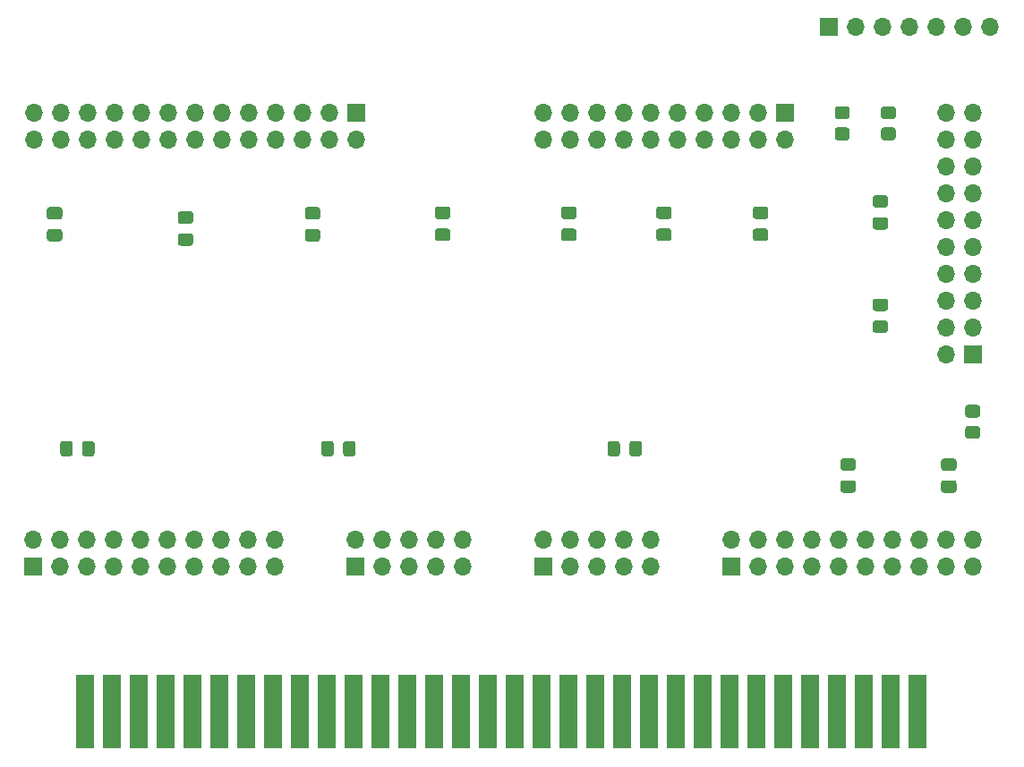
<source format=gbs>
G04 #@! TF.GenerationSoftware,KiCad,Pcbnew,(5.1.12-1-10_14)*
G04 #@! TF.CreationDate,2023-11-15T20:51:55-07:00*
G04 #@! TF.ProjectId,GenMemBlock,47656e4d-656d-4426-9c6f-636b2e6b6963,rev?*
G04 #@! TF.SameCoordinates,Original*
G04 #@! TF.FileFunction,Soldermask,Bot*
G04 #@! TF.FilePolarity,Negative*
%FSLAX46Y46*%
G04 Gerber Fmt 4.6, Leading zero omitted, Abs format (unit mm)*
G04 Created by KiCad (PCBNEW (5.1.12-1-10_14)) date 2023-11-15 20:51:55*
%MOMM*%
%LPD*%
G01*
G04 APERTURE LIST*
%ADD10O,1.700000X1.700000*%
%ADD11R,1.700000X1.700000*%
%ADD12R,1.778000X6.985000*%
G04 APERTURE END LIST*
D10*
X126238000Y-66040000D03*
X123698000Y-66040000D03*
X121158000Y-66040000D03*
X118618000Y-66040000D03*
X116078000Y-66040000D03*
X113538000Y-66040000D03*
D11*
X110998000Y-66040000D03*
D10*
X122037000Y-74140000D03*
X124577000Y-74140000D03*
X122037000Y-76680000D03*
X124577000Y-76680000D03*
X122037000Y-79220000D03*
X124577000Y-79220000D03*
X122037000Y-81760000D03*
X124577000Y-81760000D03*
X122037000Y-84300000D03*
X124577000Y-84300000D03*
X122037000Y-86840000D03*
X124577000Y-86840000D03*
X122037000Y-89380000D03*
X124577000Y-89380000D03*
X122037000Y-91920000D03*
X124577000Y-91920000D03*
X122037000Y-94460000D03*
X124577000Y-94460000D03*
X122037000Y-97000000D03*
D11*
X124577000Y-97000000D03*
G36*
G01*
X115349000Y-84016000D02*
X116299000Y-84016000D01*
G75*
G02*
X116549000Y-84266000I0J-250000D01*
G01*
X116549000Y-84941000D01*
G75*
G02*
X116299000Y-85191000I-250000J0D01*
G01*
X115349000Y-85191000D01*
G75*
G02*
X115099000Y-84941000I0J250000D01*
G01*
X115099000Y-84266000D01*
G75*
G02*
X115349000Y-84016000I250000J0D01*
G01*
G37*
G36*
G01*
X115349000Y-81941000D02*
X116299000Y-81941000D01*
G75*
G02*
X116549000Y-82191000I0J-250000D01*
G01*
X116549000Y-82866000D01*
G75*
G02*
X116299000Y-83116000I-250000J0D01*
G01*
X115349000Y-83116000D01*
G75*
G02*
X115099000Y-82866000I0J250000D01*
G01*
X115099000Y-82191000D01*
G75*
G02*
X115349000Y-81941000I250000J0D01*
G01*
G37*
G36*
G01*
X121826000Y-108908000D02*
X122776000Y-108908000D01*
G75*
G02*
X123026000Y-109158000I0J-250000D01*
G01*
X123026000Y-109833000D01*
G75*
G02*
X122776000Y-110083000I-250000J0D01*
G01*
X121826000Y-110083000D01*
G75*
G02*
X121576000Y-109833000I0J250000D01*
G01*
X121576000Y-109158000D01*
G75*
G02*
X121826000Y-108908000I250000J0D01*
G01*
G37*
G36*
G01*
X121826000Y-106833000D02*
X122776000Y-106833000D01*
G75*
G02*
X123026000Y-107083000I0J-250000D01*
G01*
X123026000Y-107758000D01*
G75*
G02*
X122776000Y-108008000I-250000J0D01*
G01*
X121826000Y-108008000D01*
G75*
G02*
X121576000Y-107758000I0J250000D01*
G01*
X121576000Y-107083000D01*
G75*
G02*
X121826000Y-106833000I250000J0D01*
G01*
G37*
G36*
G01*
X115349000Y-93795000D02*
X116299000Y-93795000D01*
G75*
G02*
X116549000Y-94045000I0J-250000D01*
G01*
X116549000Y-94720000D01*
G75*
G02*
X116299000Y-94970000I-250000J0D01*
G01*
X115349000Y-94970000D01*
G75*
G02*
X115099000Y-94720000I0J250000D01*
G01*
X115099000Y-94045000D01*
G75*
G02*
X115349000Y-93795000I250000J0D01*
G01*
G37*
G36*
G01*
X115349000Y-91720000D02*
X116299000Y-91720000D01*
G75*
G02*
X116549000Y-91970000I0J-250000D01*
G01*
X116549000Y-92645000D01*
G75*
G02*
X116299000Y-92895000I-250000J0D01*
G01*
X115349000Y-92895000D01*
G75*
G02*
X115099000Y-92645000I0J250000D01*
G01*
X115099000Y-91970000D01*
G75*
G02*
X115349000Y-91720000I250000J0D01*
G01*
G37*
G36*
G01*
X112301000Y-108908000D02*
X113251000Y-108908000D01*
G75*
G02*
X113501000Y-109158000I0J-250000D01*
G01*
X113501000Y-109833000D01*
G75*
G02*
X113251000Y-110083000I-250000J0D01*
G01*
X112301000Y-110083000D01*
G75*
G02*
X112051000Y-109833000I0J250000D01*
G01*
X112051000Y-109158000D01*
G75*
G02*
X112301000Y-108908000I250000J0D01*
G01*
G37*
G36*
G01*
X112301000Y-106833000D02*
X113251000Y-106833000D01*
G75*
G02*
X113501000Y-107083000I0J-250000D01*
G01*
X113501000Y-107758000D01*
G75*
G02*
X113251000Y-108008000I-250000J0D01*
G01*
X112301000Y-108008000D01*
G75*
G02*
X112051000Y-107758000I0J250000D01*
G01*
X112051000Y-107083000D01*
G75*
G02*
X112301000Y-106833000I250000J0D01*
G01*
G37*
D12*
X40640000Y-130810000D03*
X45720000Y-130810000D03*
X48260000Y-130810000D03*
X43180000Y-130810000D03*
X50800000Y-130810000D03*
X114300000Y-130810000D03*
X111760000Y-130810000D03*
X116840000Y-130810000D03*
X109220000Y-130810000D03*
X119380000Y-130810000D03*
X53340000Y-130810000D03*
X55880000Y-130810000D03*
X58420000Y-130810000D03*
X60960000Y-130810000D03*
X63500000Y-130810000D03*
X66040000Y-130810000D03*
X68580000Y-130810000D03*
X71120000Y-130810000D03*
X73660000Y-130810000D03*
X76200000Y-130810000D03*
X78740000Y-130810000D03*
X81280000Y-130810000D03*
X83820000Y-130810000D03*
X86360000Y-130810000D03*
X88900000Y-130810000D03*
X91440000Y-130810000D03*
X93980000Y-130810000D03*
X96520000Y-130810000D03*
X99060000Y-130810000D03*
X101600000Y-130810000D03*
X104140000Y-130810000D03*
X106680000Y-130810000D03*
G36*
G01*
X124111599Y-103778000D02*
X125011601Y-103778000D01*
G75*
G02*
X125261600Y-104027999I0J-249999D01*
G01*
X125261600Y-104728001D01*
G75*
G02*
X125011601Y-104978000I-249999J0D01*
G01*
X124111599Y-104978000D01*
G75*
G02*
X123861600Y-104728001I0J249999D01*
G01*
X123861600Y-104027999D01*
G75*
G02*
X124111599Y-103778000I249999J0D01*
G01*
G37*
G36*
G01*
X124111599Y-101778000D02*
X125011601Y-101778000D01*
G75*
G02*
X125261600Y-102027999I0J-249999D01*
G01*
X125261600Y-102728001D01*
G75*
G02*
X125011601Y-102978000I-249999J0D01*
G01*
X124111599Y-102978000D01*
G75*
G02*
X123861600Y-102728001I0J249999D01*
G01*
X123861600Y-102027999D01*
G75*
G02*
X124111599Y-101778000I249999J0D01*
G01*
G37*
D10*
X35789000Y-76690000D03*
X35789000Y-74150000D03*
X38329000Y-76690000D03*
X38329000Y-74150000D03*
X40869000Y-76690000D03*
X40869000Y-74150000D03*
X43409000Y-76690000D03*
X43409000Y-74150000D03*
X45949000Y-76690000D03*
X45949000Y-74150000D03*
X48489000Y-76690000D03*
X48489000Y-74150000D03*
X51029000Y-76690000D03*
X51029000Y-74150000D03*
X53569000Y-76690000D03*
X53569000Y-74150000D03*
X56109000Y-76690000D03*
X56109000Y-74150000D03*
X58649000Y-76690000D03*
X58649000Y-74150000D03*
X61189000Y-76690000D03*
X61189000Y-74150000D03*
X63729000Y-76690000D03*
X63729000Y-74150000D03*
X66269000Y-76690000D03*
D11*
X66269000Y-74150000D03*
G36*
G01*
X38194000Y-84241000D02*
X37244000Y-84241000D01*
G75*
G02*
X36994000Y-83991000I0J250000D01*
G01*
X36994000Y-83316000D01*
G75*
G02*
X37244000Y-83066000I250000J0D01*
G01*
X38194000Y-83066000D01*
G75*
G02*
X38444000Y-83316000I0J-250000D01*
G01*
X38444000Y-83991000D01*
G75*
G02*
X38194000Y-84241000I-250000J0D01*
G01*
G37*
G36*
G01*
X38194000Y-86316000D02*
X37244000Y-86316000D01*
G75*
G02*
X36994000Y-86066000I0J250000D01*
G01*
X36994000Y-85391000D01*
G75*
G02*
X37244000Y-85141000I250000J0D01*
G01*
X38194000Y-85141000D01*
G75*
G02*
X38444000Y-85391000I0J-250000D01*
G01*
X38444000Y-86066000D01*
G75*
G02*
X38194000Y-86316000I-250000J0D01*
G01*
G37*
X66167000Y-117043200D03*
D10*
X66167000Y-114503200D03*
X68707000Y-117043200D03*
X68707000Y-114503200D03*
X71247000Y-117043200D03*
X71247000Y-114503200D03*
X73787000Y-117043200D03*
X73787000Y-114503200D03*
X76327000Y-117043200D03*
X76327000Y-114503200D03*
G36*
G01*
X74897000Y-84190200D02*
X73947000Y-84190200D01*
G75*
G02*
X73697000Y-83940200I0J250000D01*
G01*
X73697000Y-83265200D01*
G75*
G02*
X73947000Y-83015200I250000J0D01*
G01*
X74897000Y-83015200D01*
G75*
G02*
X75147000Y-83265200I0J-250000D01*
G01*
X75147000Y-83940200D01*
G75*
G02*
X74897000Y-84190200I-250000J0D01*
G01*
G37*
G36*
G01*
X74897000Y-86265200D02*
X73947000Y-86265200D01*
G75*
G02*
X73697000Y-86015200I0J250000D01*
G01*
X73697000Y-85340200D01*
G75*
G02*
X73947000Y-85090200I250000J0D01*
G01*
X74897000Y-85090200D01*
G75*
G02*
X75147000Y-85340200I0J-250000D01*
G01*
X75147000Y-86015200D01*
G75*
G02*
X74897000Y-86265200I-250000J0D01*
G01*
G37*
G36*
G01*
X94876600Y-85090200D02*
X95826600Y-85090200D01*
G75*
G02*
X96076600Y-85340200I0J-250000D01*
G01*
X96076600Y-86015200D01*
G75*
G02*
X95826600Y-86265200I-250000J0D01*
G01*
X94876600Y-86265200D01*
G75*
G02*
X94626600Y-86015200I0J250000D01*
G01*
X94626600Y-85340200D01*
G75*
G02*
X94876600Y-85090200I250000J0D01*
G01*
G37*
G36*
G01*
X94876600Y-83015200D02*
X95826600Y-83015200D01*
G75*
G02*
X96076600Y-83265200I0J-250000D01*
G01*
X96076600Y-83940200D01*
G75*
G02*
X95826600Y-84190200I-250000J0D01*
G01*
X94876600Y-84190200D01*
G75*
G02*
X94626600Y-83940200I0J250000D01*
G01*
X94626600Y-83265200D01*
G75*
G02*
X94876600Y-83015200I250000J0D01*
G01*
G37*
G36*
G01*
X92093200Y-106393000D02*
X92093200Y-105443000D01*
G75*
G02*
X92343200Y-105193000I250000J0D01*
G01*
X93018200Y-105193000D01*
G75*
G02*
X93268200Y-105443000I0J-250000D01*
G01*
X93268200Y-106393000D01*
G75*
G02*
X93018200Y-106643000I-250000J0D01*
G01*
X92343200Y-106643000D01*
G75*
G02*
X92093200Y-106393000I0J250000D01*
G01*
G37*
G36*
G01*
X90018200Y-106393000D02*
X90018200Y-105443000D01*
G75*
G02*
X90268200Y-105193000I250000J0D01*
G01*
X90943200Y-105193000D01*
G75*
G02*
X91193200Y-105443000I0J-250000D01*
G01*
X91193200Y-106393000D01*
G75*
G02*
X90943200Y-106643000I-250000J0D01*
G01*
X90268200Y-106643000D01*
G75*
G02*
X90018200Y-106393000I0J250000D01*
G01*
G37*
G36*
G01*
X40328000Y-106393000D02*
X40328000Y-105443000D01*
G75*
G02*
X40578000Y-105193000I250000J0D01*
G01*
X41253000Y-105193000D01*
G75*
G02*
X41503000Y-105443000I0J-250000D01*
G01*
X41503000Y-106393000D01*
G75*
G02*
X41253000Y-106643000I-250000J0D01*
G01*
X40578000Y-106643000D01*
G75*
G02*
X40328000Y-106393000I0J250000D01*
G01*
G37*
G36*
G01*
X38253000Y-106393000D02*
X38253000Y-105443000D01*
G75*
G02*
X38503000Y-105193000I250000J0D01*
G01*
X39178000Y-105193000D01*
G75*
G02*
X39428000Y-105443000I0J-250000D01*
G01*
X39428000Y-106393000D01*
G75*
G02*
X39178000Y-106643000I-250000J0D01*
G01*
X38503000Y-106643000D01*
G75*
G02*
X38253000Y-106393000I0J250000D01*
G01*
G37*
G36*
G01*
X65016800Y-106393000D02*
X65016800Y-105443000D01*
G75*
G02*
X65266800Y-105193000I250000J0D01*
G01*
X65941800Y-105193000D01*
G75*
G02*
X66191800Y-105443000I0J-250000D01*
G01*
X66191800Y-106393000D01*
G75*
G02*
X65941800Y-106643000I-250000J0D01*
G01*
X65266800Y-106643000D01*
G75*
G02*
X65016800Y-106393000I0J250000D01*
G01*
G37*
G36*
G01*
X62941800Y-106393000D02*
X62941800Y-105443000D01*
G75*
G02*
X63191800Y-105193000I250000J0D01*
G01*
X63866800Y-105193000D01*
G75*
G02*
X64116800Y-105443000I0J-250000D01*
G01*
X64116800Y-106393000D01*
G75*
G02*
X63866800Y-106643000I-250000J0D01*
G01*
X63191800Y-106643000D01*
G75*
G02*
X62941800Y-106393000I0J250000D01*
G01*
G37*
G36*
G01*
X85885000Y-85090200D02*
X86835000Y-85090200D01*
G75*
G02*
X87085000Y-85340200I0J-250000D01*
G01*
X87085000Y-86015200D01*
G75*
G02*
X86835000Y-86265200I-250000J0D01*
G01*
X85885000Y-86265200D01*
G75*
G02*
X85635000Y-86015200I0J250000D01*
G01*
X85635000Y-85340200D01*
G75*
G02*
X85885000Y-85090200I250000J0D01*
G01*
G37*
G36*
G01*
X85885000Y-83015200D02*
X86835000Y-83015200D01*
G75*
G02*
X87085000Y-83265200I0J-250000D01*
G01*
X87085000Y-83940200D01*
G75*
G02*
X86835000Y-84190200I-250000J0D01*
G01*
X85885000Y-84190200D01*
G75*
G02*
X85635000Y-83940200I0J250000D01*
G01*
X85635000Y-83265200D01*
G75*
G02*
X85885000Y-83015200I250000J0D01*
G01*
G37*
G36*
G01*
X104970600Y-84190200D02*
X104020600Y-84190200D01*
G75*
G02*
X103770600Y-83940200I0J250000D01*
G01*
X103770600Y-83265200D01*
G75*
G02*
X104020600Y-83015200I250000J0D01*
G01*
X104970600Y-83015200D01*
G75*
G02*
X105220600Y-83265200I0J-250000D01*
G01*
X105220600Y-83940200D01*
G75*
G02*
X104970600Y-84190200I-250000J0D01*
G01*
G37*
G36*
G01*
X104970600Y-86265200D02*
X104020600Y-86265200D01*
G75*
G02*
X103770600Y-86015200I0J250000D01*
G01*
X103770600Y-85340200D01*
G75*
G02*
X104020600Y-85090200I250000J0D01*
G01*
X104970600Y-85090200D01*
G75*
G02*
X105220600Y-85340200I0J-250000D01*
G01*
X105220600Y-86015200D01*
G75*
G02*
X104970600Y-86265200I-250000J0D01*
G01*
G37*
G36*
G01*
X50576500Y-84640000D02*
X49626500Y-84640000D01*
G75*
G02*
X49376500Y-84390000I0J250000D01*
G01*
X49376500Y-83715000D01*
G75*
G02*
X49626500Y-83465000I250000J0D01*
G01*
X50576500Y-83465000D01*
G75*
G02*
X50826500Y-83715000I0J-250000D01*
G01*
X50826500Y-84390000D01*
G75*
G02*
X50576500Y-84640000I-250000J0D01*
G01*
G37*
G36*
G01*
X50576500Y-86715000D02*
X49626500Y-86715000D01*
G75*
G02*
X49376500Y-86465000I0J250000D01*
G01*
X49376500Y-85790000D01*
G75*
G02*
X49626500Y-85540000I250000J0D01*
G01*
X50576500Y-85540000D01*
G75*
G02*
X50826500Y-85790000I0J-250000D01*
G01*
X50826500Y-86465000D01*
G75*
G02*
X50576500Y-86715000I-250000J0D01*
G01*
G37*
G36*
G01*
X62590700Y-84241000D02*
X61640700Y-84241000D01*
G75*
G02*
X61390700Y-83991000I0J250000D01*
G01*
X61390700Y-83316000D01*
G75*
G02*
X61640700Y-83066000I250000J0D01*
G01*
X62590700Y-83066000D01*
G75*
G02*
X62840700Y-83316000I0J-250000D01*
G01*
X62840700Y-83991000D01*
G75*
G02*
X62590700Y-84241000I-250000J0D01*
G01*
G37*
G36*
G01*
X62590700Y-86316000D02*
X61640700Y-86316000D01*
G75*
G02*
X61390700Y-86066000I0J250000D01*
G01*
X61390700Y-85391000D01*
G75*
G02*
X61640700Y-85141000I250000J0D01*
G01*
X62590700Y-85141000D01*
G75*
G02*
X62840700Y-85391000I0J-250000D01*
G01*
X62840700Y-86066000D01*
G75*
G02*
X62590700Y-86316000I-250000J0D01*
G01*
G37*
X94107000Y-114503200D03*
X94107000Y-117043200D03*
X91567000Y-114503200D03*
X91567000Y-117043200D03*
X89027000Y-114503200D03*
X89027000Y-117043200D03*
X86487000Y-114503200D03*
X86487000Y-117043200D03*
X83947000Y-114503200D03*
D11*
X83947000Y-117043200D03*
X101727000Y-117043200D03*
D10*
X101727000Y-114503200D03*
X104267000Y-117043200D03*
X104267000Y-114503200D03*
X106807000Y-117043200D03*
X106807000Y-114503200D03*
X109347000Y-117043200D03*
X109347000Y-114503200D03*
X111887000Y-117043200D03*
X111887000Y-114503200D03*
X114427000Y-117043200D03*
X114427000Y-114503200D03*
X116967000Y-117043200D03*
X116967000Y-114503200D03*
X119507000Y-117043200D03*
X119507000Y-114503200D03*
X122047000Y-117043200D03*
X122047000Y-114503200D03*
X124587000Y-117043200D03*
X124587000Y-114503200D03*
X58572400Y-114503200D03*
X58572400Y-117043200D03*
X56032400Y-114503200D03*
X56032400Y-117043200D03*
X53492400Y-114503200D03*
X53492400Y-117043200D03*
X50952400Y-114503200D03*
X50952400Y-117043200D03*
X48412400Y-114503200D03*
X48412400Y-117043200D03*
X45872400Y-114503200D03*
X45872400Y-117043200D03*
X43332400Y-114503200D03*
X43332400Y-117043200D03*
X40792400Y-114503200D03*
X40792400Y-117043200D03*
X38252400Y-114503200D03*
X38252400Y-117043200D03*
X35712400Y-114503200D03*
D11*
X35712400Y-117043200D03*
D10*
X83921600Y-76690000D03*
X83921600Y-74150000D03*
X86461600Y-76690000D03*
X86461600Y-74150000D03*
X89001600Y-76690000D03*
X89001600Y-74150000D03*
X91541600Y-76690000D03*
X91541600Y-74150000D03*
X94081600Y-76690000D03*
X94081600Y-74150000D03*
X96621600Y-76690000D03*
X96621600Y-74150000D03*
X99161600Y-76690000D03*
X99161600Y-74150000D03*
X101701600Y-76690000D03*
X101701600Y-74150000D03*
X104241600Y-76690000D03*
X104241600Y-74150000D03*
X106781600Y-76690000D03*
D11*
X106781600Y-74150000D03*
G36*
G01*
X112667201Y-74733200D02*
X111767199Y-74733200D01*
G75*
G02*
X111517200Y-74483201I0J249999D01*
G01*
X111517200Y-73783199D01*
G75*
G02*
X111767199Y-73533200I249999J0D01*
G01*
X112667201Y-73533200D01*
G75*
G02*
X112917200Y-73783199I0J-249999D01*
G01*
X112917200Y-74483201D01*
G75*
G02*
X112667201Y-74733200I-249999J0D01*
G01*
G37*
G36*
G01*
X112667201Y-76733200D02*
X111767199Y-76733200D01*
G75*
G02*
X111517200Y-76483201I0J249999D01*
G01*
X111517200Y-75783199D01*
G75*
G02*
X111767199Y-75533200I249999J0D01*
G01*
X112667201Y-75533200D01*
G75*
G02*
X112917200Y-75783199I0J-249999D01*
G01*
X112917200Y-76483201D01*
G75*
G02*
X112667201Y-76733200I-249999J0D01*
G01*
G37*
G36*
G01*
X117036001Y-74733200D02*
X116135999Y-74733200D01*
G75*
G02*
X115886000Y-74483201I0J249999D01*
G01*
X115886000Y-73783199D01*
G75*
G02*
X116135999Y-73533200I249999J0D01*
G01*
X117036001Y-73533200D01*
G75*
G02*
X117286000Y-73783199I0J-249999D01*
G01*
X117286000Y-74483201D01*
G75*
G02*
X117036001Y-74733200I-249999J0D01*
G01*
G37*
G36*
G01*
X117036001Y-76733200D02*
X116135999Y-76733200D01*
G75*
G02*
X115886000Y-76483201I0J249999D01*
G01*
X115886000Y-75783199D01*
G75*
G02*
X116135999Y-75533200I249999J0D01*
G01*
X117036001Y-75533200D01*
G75*
G02*
X117286000Y-75783199I0J-249999D01*
G01*
X117286000Y-76483201D01*
G75*
G02*
X117036001Y-76733200I-249999J0D01*
G01*
G37*
M02*

</source>
